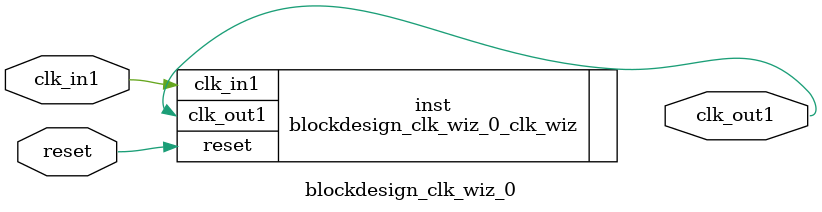
<source format=v>


`timescale 1ps/1ps

(* CORE_GENERATION_INFO = "blockdesign_clk_wiz_0,clk_wiz_v6_0_12_0_0,{component_name=blockdesign_clk_wiz_0,use_phase_alignment=true,use_min_o_jitter=false,use_max_i_jitter=false,use_dyn_phase_shift=false,use_inclk_switchover=false,use_dyn_reconfig=false,enable_axi=0,feedback_source=FDBK_AUTO,PRIMITIVE=MMCM,num_out_clk=1,clkin1_period=8.000,clkin2_period=10.000,use_power_down=false,use_reset=true,use_locked=false,use_inclk_stopped=false,feedback_type=SINGLE,CLOCK_MGR_TYPE=NA,manual_override=false}" *)

module blockdesign_clk_wiz_0 
 (
  // Clock out ports
  output        clk_out1,
  // Status and control signals
  input         reset,
 // Clock in ports
  input         clk_in1
 );

  blockdesign_clk_wiz_0_clk_wiz inst
  (
  // Clock out ports  
  .clk_out1(clk_out1),
  // Status and control signals               
  .reset(reset), 
 // Clock in ports
  .clk_in1(clk_in1)
  );

endmodule

</source>
